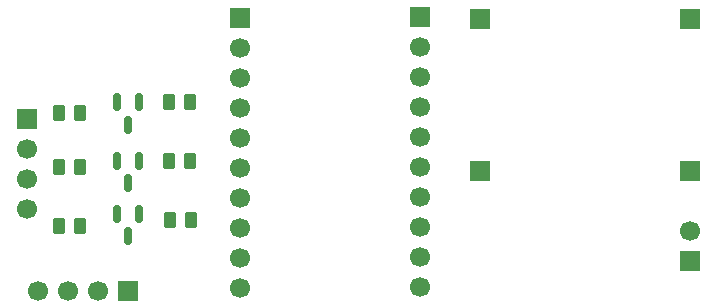
<source format=gbr>
%TF.GenerationSoftware,KiCad,Pcbnew,9.0.1*%
%TF.CreationDate,2025-05-21T02:45:21+02:00*%
%TF.ProjectId,KinderLight,4b696e64-6572-44c6-9967-68742e6b6963,rev?*%
%TF.SameCoordinates,Original*%
%TF.FileFunction,Soldermask,Top*%
%TF.FilePolarity,Negative*%
%FSLAX46Y46*%
G04 Gerber Fmt 4.6, Leading zero omitted, Abs format (unit mm)*
G04 Created by KiCad (PCBNEW 9.0.1) date 2025-05-21 02:45:21*
%MOMM*%
%LPD*%
G01*
G04 APERTURE LIST*
G04 Aperture macros list*
%AMRoundRect*
0 Rectangle with rounded corners*
0 $1 Rounding radius*
0 $2 $3 $4 $5 $6 $7 $8 $9 X,Y pos of 4 corners*
0 Add a 4 corners polygon primitive as box body*
4,1,4,$2,$3,$4,$5,$6,$7,$8,$9,$2,$3,0*
0 Add four circle primitives for the rounded corners*
1,1,$1+$1,$2,$3*
1,1,$1+$1,$4,$5*
1,1,$1+$1,$6,$7*
1,1,$1+$1,$8,$9*
0 Add four rect primitives between the rounded corners*
20,1,$1+$1,$2,$3,$4,$5,0*
20,1,$1+$1,$4,$5,$6,$7,0*
20,1,$1+$1,$6,$7,$8,$9,0*
20,1,$1+$1,$8,$9,$2,$3,0*%
G04 Aperture macros list end*
%ADD10C,1.700000*%
%ADD11R,1.700000X1.700000*%
%ADD12RoundRect,0.250000X0.262500X0.450000X-0.262500X0.450000X-0.262500X-0.450000X0.262500X-0.450000X0*%
%ADD13RoundRect,0.150000X-0.150000X0.587500X-0.150000X-0.587500X0.150000X-0.587500X0.150000X0.587500X0*%
G04 APERTURE END LIST*
D10*
%TO.C,J9*%
X134620000Y-91440000D03*
D11*
X134620000Y-93980000D03*
%TD*%
D12*
%TO.C,R6*%
X81175000Y-91000000D03*
X83000000Y-91000000D03*
%TD*%
%TO.C,R3*%
X92412500Y-90500000D03*
X90587500Y-90500000D03*
%TD*%
%TO.C,R2*%
X92325000Y-85500000D03*
X90500000Y-85500000D03*
%TD*%
%TO.C,R1*%
X92325000Y-80500000D03*
X90500000Y-80500000D03*
%TD*%
%TO.C,R5*%
X83000000Y-86000000D03*
X81175000Y-86000000D03*
%TD*%
%TO.C,R4*%
X83000000Y-81500000D03*
X81175000Y-81500000D03*
%TD*%
D13*
%TO.C,Q3*%
X88000000Y-90000000D03*
X86100000Y-90000000D03*
X87050000Y-91875000D03*
%TD*%
%TO.C,Q2*%
X88000000Y-85500000D03*
X86100000Y-85500000D03*
X87050000Y-87375000D03*
%TD*%
%TO.C,Q1*%
X88000000Y-80562500D03*
X86100000Y-80562500D03*
X87050000Y-82437500D03*
%TD*%
D11*
%TO.C,J8*%
X78500000Y-81960000D03*
D10*
X78500000Y-84500000D03*
X78500000Y-87040000D03*
X78500000Y-89580000D03*
%TD*%
D11*
%TO.C,J7*%
X87040000Y-96500000D03*
D10*
X84500000Y-96500000D03*
X81960000Y-96500000D03*
X79420000Y-96500000D03*
%TD*%
D11*
%TO.C,J6*%
X134620000Y-86360000D03*
%TD*%
%TO.C,J5*%
X134620000Y-73500000D03*
%TD*%
%TO.C,J4*%
X111760000Y-73340000D03*
D10*
X111760000Y-75880000D03*
X111760000Y-78420000D03*
X111760000Y-80960000D03*
X111760000Y-83500000D03*
X111760000Y-86040000D03*
X111760000Y-88580000D03*
X111760000Y-91120000D03*
X111760000Y-93660000D03*
X111760000Y-96200000D03*
%TD*%
D11*
%TO.C,J2*%
X116840000Y-86360000D03*
%TD*%
%TO.C,J1*%
X116840000Y-73500000D03*
%TD*%
%TO.C,J3*%
X96520000Y-73380000D03*
D10*
X96520000Y-75920000D03*
X96520000Y-78460000D03*
X96520000Y-81000000D03*
X96520000Y-83540000D03*
X96520000Y-86080000D03*
X96520000Y-88620000D03*
X96520000Y-91160000D03*
X96520000Y-93700000D03*
X96520000Y-96240000D03*
%TD*%
M02*

</source>
